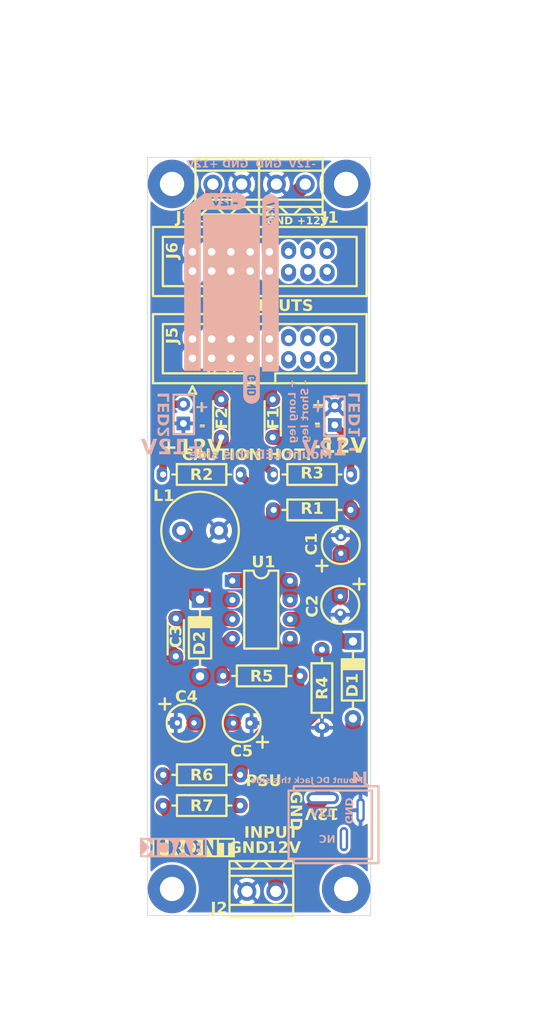
<source format=kicad_pcb>
(kicad_pcb (version 20240108) (generator "pcbnew") (generator_version "8.0")
  (layers (0 "F.Cu" signal) (31 "B.Cu" signal) (34 "B.Paste" user) (35 "F.Paste" user) (36 "B.SilkS" user "B.Silkscreen") (37 "F.SilkS" user "F.Silkscreen") (38 "B.Mask" user) (39 "F.Mask" user) (44 "Edge.Cuts" user))
  (net 0 "")
  (net 1 "VCC")
  (net 2 "GND")
  (net 3 "Net-(U1-TC)")
  (net 4 "Net-(D2-A)")
  (net 5 "Net-(D1-A)")
  (net 6 "Net-(R4-Pad2)")
  (net 7 "-12V")
  (net 8 "+12V")
  (net 22 "Net-(LED1-K)")
  (net 23 "Net-(LED2-A)")
  (net 24 "Net-(U1-DC)")
  (net 25 "Net-(U1-Vfb)")
  (net 26 "Net-(R6-Pad1)")
  (net 27 "Net-(D2-K)")
  (footprint "BYOM_General:L_Radial_D10.0mm_P5.00mm_Neosid_SD12_style3" (layer "F.Cu") (at 124.7 95.225)
    (property "Reference" "L1" (at -2.3 -4.525 0) (layer "F.SilkS") (effects (font (size 1.5 1.5) (thickness 0.3) (bold yes))))
    (property "Value" "220μH")
    (pad "1" thru_hole circle (at 0 0) (size 2.4 2.4) (drill 1.2) (layers "*.Cu" "*.Mask") (net 27 "Net-(D2-K)"))
    (pad "2" thru_hole circle (at 5 0) (size 2.4 2.4) (drill 1.2) (layers "*.Cu" "*.Mask") (net 2 "GND"))
  )
  (footprint "BYOM_General:R_TH_Axial_250mw_P10.16mm_Horizontal" (layer "F.Cu") (at 122.32 87.825)
    (property "Reference" "R2" (at 5.08 0.1 0) (layer "F.SilkS") (effects (font (size 1.5 1.5) (thickness 0.2) (bold yes))))
    (property "Value" "1.5kΩ")
    (pad "1" thru_hole oval (at 0 0 180) (size 1.4 2) (drill 0.8 (offset 0.15 0)) (layers "*.Cu" "*.Mask") (net 23 "Net-(LED2-A)"))
    (pad "2" thru_hole oval (at 10.16 0) (size 1.4 2) (drill 0.8 (offset 0.15 0)) (layers "*.Cu" "*.Mask") (net 8 "+12V"))
  )
  (footprint "BYOM_General:R_TH_Axial_250mw_P10.16mm_Horizontal" (layer "F.Cu") (at 122.34 127.45)
    (property "Reference" "R6" (at 5.08 0.1 0) (layer "F.SilkS") (effects (font (size 1.5 1.5) (thickness 0.2) (bold yes))))
    (property "Value" "1.5kΩ")
    (pad "1" thru_hole oval (at 0 0 180) (size 1.4 2) (drill 0.8 (offset 0.15 0)) (layers "*.Cu" "*.Mask") (net 26 "Net-(R6-Pad1)"))
    (pad "2" thru_hole oval (at 10.16 0) (size 1.4 2) (drill 0.8 (offset 0.15 0)) (layers "*.Cu" "*.Mask") (net 25 "Net-(U1-Vfb)"))
  )
  (footprint "BYOM_General:IDC-Header_2x08_P2.54mm_Vertical" (layer "F.Cu") (at 126.2 61 90)
    (property "Reference" "J6" (at 2.7 -2.6 90) (layer "F.SilkS") (effects (font (size 1.5 1.5) (thickness 0.2) (bold yes))))
    (property "Value" "EURORACK_16_PIN")
    (pad "1" thru_hole roundrect (at 0 0 90) (size 2.3 2) (drill 1 (offset -0.2 0)) (layers "*.Cu" "*.Mask") (roundrect_rratio 0.147059) (net 7 "-12V"))
    (pad "2" thru_hole oval (at 2.54 0 90) (size 2.3 2) (drill 1 (offset 0.2 0)) (layers "*.Cu" "*.Mask") (net 7 "-12V"))
    (pad "3" thru_hole oval (at 0 2.54 90) (size 2.3 2) (drill 1 (offset -0.2 0)) (layers "*.Cu" "*.Mask") (net 2 "GND"))
    (pad "4" thru_hole oval (at 2.54 2.54 90) (size 2.3 2) (drill 1 (offset 0.2 0)) (layers "*.Cu" "*.Mask") (net 2 "GND"))
    (pad "5" thru_hole oval (at 0 5.08 90) (size 2.3 2) (drill 1 (offset -0.2 0)) (layers "*.Cu" "*.Mask") (net 2 "GND"))
    (pad "6" thru_hole oval (at 2.54 5.08 90) (size 2.3 2) (drill 1 (offset 0.2 0)) (layers "*.Cu" "*.Mask") (net 2 "GND"))
    (pad "7" thru_hole oval (at 0 7.62 90) (size 2.3 2) (drill 1 (offset -0.2 0)) (layers "*.Cu" "*.Mask") (net 2 "GND"))
    (pad "8" thru_hole oval (at 2.54 7.62 90) (size 2.3 2) (drill 1 (offset 0.2 0)) (layers "*.Cu" "*.Mask") (net 2 "GND"))
    (pad "9" thru_hole oval (at 0 10.16 90) (size 2.3 2) (drill 1 (offset -0.2 0)) (layers "*.Cu" "*.Mask") (net 8 "+12V"))
    (pad "10" thru_hole oval (at 2.54 10.16 90) (size 2.3 2) (drill 1 (offset 0.2 0)) (layers "*.Cu" "*.Mask") (net 8 "+12V"))
    (pad "11" thru_hole oval (at 0 12.7 90) (size 2.3 2) (drill 1 (offset -0.2 0)) (layers "*.Cu" "*.Mask"))
    (pad "12" thru_hole oval (at 2.54 12.7 90) (size 2.3 2) (drill 1 (offset 0.2 0)) (layers "*.Cu" "*.Mask"))
    (pad "13" thru_hole oval (at 0 15.24 90) (size 2.3 2) (drill 1 (offset -0.2 0)) (layers "*.Cu" "*.Mask"))
    (pad "14" thru_hole oval (at 2.54 15.24 90) (size 2.3 2) (drill 1 (offset 0.2 0)) (layers "*.Cu" "*.Mask"))
    (pad "15" thru_hole oval (at 0 17.78 90) (size 2.3 2) (drill 1 (offset -0.2 0)) (layers "*.Cu" "*.Mask"))
    (pad "16" thru_hole oval (at 2.54 17.78 90) (size 2.3 2) (drill 1 (offset 0.2 0)) (layers "*.Cu" "*.Mask"))
  )
  (footprint "BYOM_General:C_TH_Elec_5mm_P2mm" (layer "F.Cu") (at 145.8 97.125 90)
    (property "Reference" "C1" (at 0.125 -3.8 90) (layer "F.SilkS") (effects (font (size 1.5 1.5) (thickness 0.2) (bold yes))))
    (property "Value" "100μF")
    (pad "1" thru_hole roundrect (at -1.1 0 270) (size 1.6 1.6) (drill 0.7 (offset 0.2 0)) (layers "*.Cu" "*.Mask") (net 1 "VCC"))
    (pad "2" thru_hole oval (at 1.1 0 270) (size 1.6 1.6) (drill 0.7 (offset -0.2 0)) (layers "*.Cu" "*.Mask") (net 2 "GND"))
  )
  (footprint "BYOM_General:C_TH_Disc_P5.00mm" (layer "F.Cu") (at 124 106.81 -90)
    (property "Reference" "C3" (at 2.4 -0.1 -90) (layer "F.SilkS") (effects (font (size 1.5 1.5) (thickness 0.2) (bold yes))))
    (property "Value" "220pF")
    (pad "1" thru_hole circle (at 0 0 270) (size 1.8 1.8) (drill 0.8) (layers "*.Cu" "*.Mask") (net 3 "Net-(U1-TC)"))
    (pad "2" thru_hole circle (at 5 0 270) (size 1.8 1.8) (drill 0.8) (layers "*.Cu" "*.Mask") (net 4 "Net-(D2-A)"))
  )
  (footprint "BYOM_General:C_TH_Disc_P5.00mm" (layer "F.Cu") (at 130 82.925 90)
    (property "Reference" "F2" (at 2.5 0.15 90) (layer "F.SilkS") (effects (font (size 1.5 1.5) (thickness 0.2) (bold yes))))
    (property "Value" "JK60-030")
    (pad "1" thru_hole circle (at 0 0 90) (size 1.8 1.8) (drill 0.8) (layers "*.Cu" "*.Mask") (net 4 "Net-(D2-A)"))
    (pad "2" thru_hole circle (at 5 0 90) (size 1.8 1.8) (drill 0.8) (layers "*.Cu" "*.Mask") (net 7 "-12V"))
  )
  (footprint "BYOM_General:R_TH_Axial_250mw_P10.16mm_Horizontal" (layer "F.Cu") (at 143.3 121.08 90)
    (property "Reference" "R4" (at 5.08 0.1 90) (layer "F.SilkS") (effects (font (size 1.5 1.5) (thickness 0.2) (bold yes))))
    (property "Value" "10kΩ")
    (pad "1" thru_hole oval (at 0 0 270) (size 1.4 2) (drill 0.8 (offset 0.15 0)) (layers "*.Cu" "*.Mask") (net 2 "GND"))
    (pad "2" thru_hole oval (at 10.16 0 90) (size 1.4 2) (drill 0.8 (offset 0.15 0)) (layers "*.Cu" "*.Mask") (net 6 "Net-(R4-Pad2)"))
  )
  (footprint "MountingHole:MountingHole_3.2mm_M3_Pad" (layer "F.Cu") (at 123.5 49.5)
    (property "Reference" "REF**" (hide yes))
    (property "Value" "MountingHole_3.2mm_M3_Pad" (hide yes))
    (pad "1" thru_hole circle (at 0 0) (size 6.4 6.4) (drill 3.2) (layers "*.Cu" "*.Mask"))
  )
  (footprint "BYOM_General:C_TH_Elec_5mm_P2mm" (layer "F.Cu") (at 145.725 105.025 -90)
    (property "Reference" "C2" (at 0.175 3.625 -90) (layer "F.SilkS") (effects (font (size 1.5 1.5) (thickness 0.2) (bold yes))))
    (property "Value" "100μF")
    (pad "1" thru_hole roundrect (at -1.1 0 90) (size 1.6 1.6) (drill 0.7 (offset 0.2 0)) (layers "*.Cu" "*.Mask") (net 1 "VCC"))
    (pad "2" thru_hole oval (at 1.1 0 90) (size 1.6 1.6) (drill 0.7 (offset -0.2 0)) (layers "*.Cu" "*.Mask") (net 2 "GND"))
  )
  (footprint "BYOM_General:5.08 01X02" (layer "F.Cu") (at 130.794996 49.825)
    (property "Reference" "J3" (at -5.694996 4.175 0) (layer "F.SilkS") (effects (font (size 1.5 1.5) (thickness 0.2) (bold yes))))
    (property "Value" "-12V")
    (pad "1" thru_hole circle (at -1.905004 -0.3) (size 2.5 2.5) (drill 1.500025) (layers "*.Cu" "*.Mask") (net 7 "-12V"))
    (pad "2" thru_hole circle (at 1.905004 -0.3) (size 2.5 2.5) (drill 1.500025) (layers "*.Cu" "*.Mask") (net 2 "GND"))
  )
  (footprint "BYOM_General:5.08 01X02" (layer "F.Cu") (at 135.3 142.525 180)
    (property "Reference" "J2" (at 5.6 -2.575 180) (layer "F.SilkS") (effects (font (size 1.5 1.5) (thickness 0.2) (bold yes))))
    (property "Value" "12V Input Screw terminal")
    (pad "1" thru_hole circle (at -1.905004 -0.3 180) (size 2.5 2.5) (drill 1.500025) (layers "*.Cu" "*.Mask") (net 5 "Net-(D1-A)"))
    (pad "2" thru_hole circle (at 1.905004 -0.3 180) (size 2.5 2.5) (drill 1.500025) (layers "*.Cu" "*.Mask") (net 2 "GND"))
  )
  (footprint "BYOM_General:R_TH_Axial_250mw_P10.16mm_Horizontal" (layer "F.Cu") (at 122.34 131.5)
    (property "Reference" "R7" (at 5.08 0.1 0) (layer "F.SilkS") (effects (font (size 1.5 1.5) (thickness 0.2) (bold yes))))
    (property "Value" "1.5kΩ")
    (pad "1" thru_hole oval (at 0 0 180) (size 1.4 2) (drill 0.8 (offset 0.15 0)) (layers "*.Cu" "*.Mask") (net 6 "Net-(R4-Pad2)"))
    (pad "2" thru_hole oval (at 10.16 0) (size 1.4 2) (drill 0.8 (offset 0.15 0)) (layers "*.Cu" "*.Mask") (net 26 "Net-(R6-Pad1)"))
  )
  (footprint "BYOM_General:5.08 01X02" (layer "F.Cu") (at 139.194996 49.825)
    (property "Reference" "J1" (at 5.205004 4.175 0) (layer "F.SilkS") (effects (font (size 1.5 1.5) (thickness 0.2) (bold yes))))
    (property "Value" "+12V")
    (pad "1" thru_hole circle (at -1.905004 -0.3) (size 2.5 2.5) (drill 1.500025) (layers "*.Cu" "*.Mask") (net 2 "GND"))
    (pad "2" thru_hole circle (at 1.905004 -0.3) (size 2.5 2.5) (drill 1.500025) (layers "*.Cu" "*.Mask") (net 8 "+12V"))
  )
  (footprint "BYOM_General:D_TH_DO-41_P10.16mm" (layer "F.Cu") (at 127.2 104.3 -90)
    (property "Reference" "D2" (at 5.775 0 -90) (layer "F.SilkS") (effects (font (size 1.5 1.5) (thickness 0.2) (bold yes))))
    (property "Value" "1N5817")
    (pad "1" thru_hole rect (at 0 0 270) (size 2.2 2.2) (drill 1.1) (layers "*.Cu" "*.Mask") (net 27 "Net-(D2-K)"))
    (pad "2" thru_hole oval (at 10.16 0 270) (size 2.2 2.2) (drill 1.1) (layers "*.Cu" "*.Mask") (net 4 "Net-(D2-A)"))
  )
  (footprint "BYOM_General:R_TH_Axial_250mw_P10.16mm_Horizontal" (layer "F.Cu") (at 147.08 92.5 180)
    (property "Reference" "R1" (at 5.08 0.1 180) (layer "F.SilkS") (effects (font (size 1.5 1.5) (thickness 0.2) (bold yes))))
    (property "Value" "1Ω")
    (pad "1" thru_hole oval (at 0 0) (size 1.4 2) (drill 0.8 (offset 0.15 0)) (layers "*.Cu" "*.Mask") (net 1 "VCC"))
    (pad "2" thru_hole oval (at 10.16 0 180) (size 1.4 2) (drill 0.8 (offset 0.15 0)) (layers "*.Cu" "*.Mask") (net 24 "Net-(U1-DC)"))
  )
  (footprint "BYOM_General:IDC-Header_2x08_P2.54mm_Vertical" (layer "F.Cu") (at 126.2 72.5 90)
    (property "Reference" "J5" (at 3 -2.6 90) (layer "F.SilkS") (effects (font (size 1.5 1.5) (thickness 0.2) (bold yes))))
    (property "Value" "EURORACK_16_PIN")
    (pad "1" thru_hole roundrect (at 0 0 90) (size 2.3 2) (drill 1 (offset -0.2 0)) (layers "*.Cu" "*.Mask") (roundrect_rratio 0.147059) (net 7 "-12V"))
    (pad "2" thru_hole oval (at 2.54 0 90) (size 2.3 2) (drill 1 (offset 0.2 0)) (layers "*.Cu" "*.Mask") (net 7 "-12V"))
    (pad "3" thru_hole oval (at 0 2.54 90) (size 2.3 2) (drill 1 (offset -0.2 0)) (layers "*.Cu" "*.Mask") (net 2 "GND"))
    (pad "4" thru_hole oval (at 2.54 2.54 90) (size 2.3 2) (drill 1 (offset 0.2 0)) (layers "*.Cu" "*.Mask") (net 2 "GND"))
    (pad "5" thru_hole oval (at 0 5.08 90) (size 2.3 2) (drill 1 (offset -0.2 0)) (layers "*.Cu" "*.Mask") (net 2 "GND"))
    (pad "6" thru_hole oval (at 2.54 5.08 90) (size 2.3 2) (drill 1 (offset 0.2 0)) (layers "*.Cu" "*.Mask") (net 2 "GND"))
    (pad "7" thru_hole oval (at 0 7.62 90) (size 2.3 2) (drill 1 (offset -0.2 0)) (layers "*.Cu" "*.Mask") (net 2 "GND"))
    (pad "8" thru_hole oval (at 2.54 7.62 90) (size 2.3 2) (drill 1 (offset 0.2 0)) (layers "*.Cu" "*.Mask") (net 2 "GND"))
    (pad "9" thru_hole oval (at 0 10.16 90) (size 2.3 2) (drill 1 (offset -0.2 0)) (layers "*.Cu" "*.Mask") (net 8 "+12V"))
    (pad "10" thru_hole oval (at 2.54 10.16 90) (size 2.3 2) (drill 1 (offset 0.2 0)) (layers "*.Cu" "*.Mask") (net 8 "+12V"))
    (pad "11" thru_hole oval (at 0 12.7 90) (size 2.3 2) (drill 1 (offset -0.2 0)) (layers "*.Cu" "*.Mask"))
    (pad "12" thru_hole oval (at 2.54 12.7 90) (size 2.3 2) (drill 1 (offset 0.2 0)) (layers "*.Cu" "*.Mask"))
    (pad "13" thru_hole oval (at 0 15.24 90) (size 2.3 2) (drill 1 (offset -0.2 0)) (layers "*.Cu" "*.Mask"))
    (pad "14" thru_hole oval (at 2.54 15.24 90) (size 2.3 2) (drill 1 (offset 0.2 0)) (layers "*.Cu" "*.Mask"))
    (pad "15" thru_hole oval (at 0 17.78 90) (size 2.3 2) (drill 1 (offset -0.2 0)) (layers "*.Cu" "*.Mask"))
    (pad "16" thru_hole oval (at 2.54 17.78 90) (size 2.3 2) (drill 1 (offset 0.2 0)) (layers "*.Cu" "*.Mask"))
  )
  (footprint "BYOM_General:DIP-8_W7.62mm_LongPads" (layer "F.Cu") (at 131.475 101.845)
    (property "Reference" "U1" (at 4.1 -2.4 0) (layer "F.SilkS") (effects (font (size 1.5 1.5) (thickness 0.2) (bold yes))))
    (property "Value" "MC34063AD")
    (pad "1" thru_hole rect (at 0 0) (size 2 1.6) (drill 0.8) (layers "*.Cu" "*.Mask") (net 24 "Net-(U1-DC)"))
    (pad "2" thru_hole oval (at 0 2.54) (size 2 1.6) (drill 0.8) (layers "*.Cu" "*.Mask") (net 27 "Net-(D2-K)"))
    (pad "3" thru_hole oval (at 0 5.08) (size 2 1.6) (drill 0.8) (layers "*.Cu" "*.Mask") (net 3 "Net-(U1-TC)"))
    (pad "4" thru_hole oval (at 0 7.62) (size 2 1.6) (drill 0.8) (layers "*.Cu" "*.Mask") (net 4 "Net-(D2-A)"))
    (pad "5" thru_hole oval (at 7.62 7.62) (size 2 1.6) (drill 0.8) (layers "*.Cu" "*.Mask") (net 25 "Net-(U1-Vfb)"))
    (pad "6" thru_hole oval (at 7.62 5.08) (size 2 1.6) (drill 0.8) (layers "*.Cu" "*.Mask") (net 1 "VCC"))
    (pad "7" thru_hole oval (at 7.62 2.54) (size 2 1.6) (drill 0.8) (layers "*.Cu" "*.Mask") (net 24 "Net-(U1-DC)"))
    (pad "8" thru_hole oval (at 7.62 0) (size 2 1.6) (drill 0.8) (layers "*.Cu" "*.Mask") (net 24 "Net-(U1-DC)"))
  )
  (footprint "MountingHole:MountingHole_3.2mm_M3_Pad" (layer "F.Cu") (at 146.5 49.5)
    (property "Reference" "REF**" (hide yes))
    (property "Value" "MountingHole_3.2mm_M3_Pad" (hide yes))
    (pad "1" thru_hole circle (at 0 0) (size 6.4 6.4) (drill 3.2) (layers "*.Cu" "*.Mask"))
  )
  (footprint "BYOM_General:C_TH_Elec_5mm_P2mm" (layer "F.Cu") (at 132.7 120.625 180)
    (property "Reference" "C5" (at 0 -3.775 180) (layer "F.SilkS") (effects (font (size 1.5 1.5) (thickness 0.2) (bold yes))))
    (property "Value" "100μF")
    (pad "1" thru_hole roundrect (at -1.1 0) (size 1.6 1.6) (drill 0.7 (offset 0.2 0)) (layers "*.Cu" "*.Mask") (net 2 "GND"))
    (pad "2" thru_hole oval (at 1.1 0) (size 1.6 1.6) (drill 0.7 (offset -0.2 0)) (layers "*.Cu" "*.Mask") (net 4 "Net-(D2-A)"))
  )
  (footprint "MountingHole:MountingHole_3.2mm_M3_Pad" (layer "F.Cu") (at 123.5 142.5)
    (property "Reference" "REF**" (hide yes))
    (property "Value" "MountingHole_3.2mm_M3_Pad" (hide yes))
    (pad "1" thru_hole circle (at 0 0) (size 6.4 6.4) (drill 3.2) (layers "*.Cu" "*.Mask"))
  )
  (footprint "BYOM_General:C_TH_Disc_P5.00mm" (layer "F.Cu") (at 136.8 82.925 90)
    (property "Reference" "F1" (at 2.5 0.15 90) (layer "F.SilkS") (effects (font (size 1.5 1.5) (thickness 0.2) (bold yes))))
    (property "Value" "JK60-030")
    (pad "1" thru_hole circle (at 0 0 90) (size 1.8 1.8) (drill 0.8) (layers "*.Cu" "*.Mask") (net 1 "VCC"))
    (pad "2" thru_hole circle (at 5 0 90) (size 1.8 1.8) (drill 0.8) (layers "*.Cu" "*.Mask") (net 8 "+12V"))
  )
  (footprint "BYOM_General:D_TH_DO-41_P10.16mm" (layer "F.Cu") (at 147.4 109.845 -90)
    (property "Reference" "D1" (at 5.775 0 -90) (layer "F.SilkS") (effects (font (size 1.5 1.5) (thickness 0.2) (bold yes))))
    (property "Value" "1N5817")
    (pad "1" thru_hole rect (at 0 0 270) (size 2.2 2.2) (drill 1.1) (layers "*.Cu" "*.Mask") (net 1 "VCC"))
    (pad "2" thru_hole oval (at 10.16 0 270) (size 2.2 2.2) (drill 1.1) (layers "*.Cu" "*.Mask") (net 5 "Net-(D1-A)"))
  )
  (footprint "BYOM_General:R_TH_Axial_250mw_P10.16mm_Horizontal" (layer "F.Cu") (at 147.08 87.825 180)
    (property "Reference" "R3" (at 5.08 0.1 180) (layer "F.SilkS") (effects (font (size 1.5 1.5) (thickness 0.2) (bold yes))))
    (property "Value" "1.5kΩ")
    (pad "1" thru_hole oval (at 0 0) (size 1.4 2) (drill 0.8 (offset 0.15 0)) (layers "*.Cu" "*.Mask") (net 22 "Net-(LED1-K)"))
    (pad "2" thru_hole oval (at 10.16 0 180) (size 1.4 2) (drill 0.8 (offset 0.15 0)) (layers "*.Cu" "*.Mask") (net 7 "-12V"))
  )
  (footprint "MountingHole:MountingHole_3.2mm_M3_Pad" (layer "F.Cu") (at 146.5 142.5)
    (property "Reference" "REF**" (hide yes))
    (property "Value" "MountingHole_3.2mm_M3_Pad" (hide yes))
    (pad "1" thru_hole circle (at 0 0) (size 6.4 6.4) (drill 3.2) (layers "*.Cu" "*.Mask"))
  )
  (footprint "BYOM_General:R_TH_Axial_250mw_P10.16mm_Horizontal" (layer "F.Cu") (at 130.25 114.4)
    (property "Reference" "R5" (at 5.08 0.1 0) (layer "F.SilkS") (effects (font (size 1.5 1.5) (thickness 0.2) (bold yes))))
    (property "Value" "1.5kΩ")
    (pad "1" thru_hole oval (at 0 0 180) (size 1.4 2) (drill 0.8 (offset 0.15 0)) (layers "*.Cu" "*.Mask") (net 4 "Net-(D2-A)"))
    (pad "2" thru_hole oval (at 10.16 0) (size 1.4 2) (drill 0.8 (offset 0.15 0)) (layers "*.Cu" "*.Mask") (net 25 "Net-(U1-Vfb)"))
  )
  (footprint "BYOM_General:C_TH_Elec_5mm_P2mm" (layer "F.Cu") (at 125.3 120.6)
    (property "Reference" "C4" (at 0.1 -3.4 0) (layer "F.SilkS") (effects (font (size 1.5 1.5) (thickness 0.2) (bold yes))))
    (property "Value" "100μF")
    (pad "1" thru_hole roundrect (at -1.1 0 180) (size 1.6 1.6) (drill 0.7 (offset 0.2 0)) (layers "*.Cu" "*.Mask") (net 2 "GND"))
    (pad "2" thru_hole oval (at 1.1 0 180) (size 1.6 1.6) (drill 0.7 (offset -0.2 0)) (layers "*.Cu" "*.Mask") (net 4 "Net-(D2-A)"))
  )
  (footprint "kibuzzard-63C13629" (layer "B.Cu") (at 136.5 53.1 90)
    (property "Reference" "kibuzzard-63C13629" (hide yes))
    (property "Value" "G***" (hide yes))
  )
  (footprint "BYOM_General:LED_D3.0mm" (layer "B.Cu") (at 145 80.025 90)
    (property "Reference" "LED1" (at 0.075 2.7 90) (layer "B.SilkS") (effects (font (size 1.5 1.5) (thickness 0.2) (bold yes)) (justify mirror)))
    (property "Value" "LED")
    (pad "1" thru_hole rect (at -1.27 0 90) (size 1.8 1.8) (drill 0.9) (layers "*.Cu" "*.Mask") (net 22 "Net-(LED1-K)"))
    (pad "2" thru_hole circle (at 1.27 0 90) (size 1.8 1.8) (drill 0.9) (layers "*.Cu" "*.Mask") (net 2 "GND"))
  )
  (footprint "kibuzzard-6399AAFB" (layer "B.Cu") (at 130.9 51.8 180)
    (property "Reference" "kibuzzard-6399AAFB" (hide yes))
    (property "Value" "G***" (hide yes))
  )
  (footprint "BYOM_General:LED_D3.0mm" (layer "B.Cu") (at 125 79.825 90)
    (property "Reference" "LED2" (at -0.125 -2.5 90) (layer "B.SilkS") (effects (font (size 1.5 1.5) (thickness 0.2) (bold yes)) (justify mirror)))
    (property "Value" "LED")
    (pad "1" thru_hole rect (at -1.27 0 90) (size 1.8 1.8) (drill 0.9) (layers "*.Cu" "*.Mask") (net 2 "GND"))
    (pad "2" thru_hole circle (at 1.27 0 90) (size 1.8 1.8) (drill 0.9) (layers "*.Cu" "*.Mask") (net 23 "Net-(LED2-A)"))
  )
  (footprint "BYOM_General:DC-IN-TH_DC-012A-20A" (layer "B.Cu") (at 144.833833 134.024924 180)
    (property "Reference" "J4" (at -3.4 6.1 180) (layer "B.SilkS") (effects (font (size 1.5 1.5) (thickness 0.3) (bold yes)) (justify mirror)))
    (property "Value" "12V input")
    (pad "1" thru_hole oval (at 1.432563 3.500127 90) (size 1.6 4.3) (drill oval 0.8 3.5) (layers "*.Cu" "*.Mask") (net 5 "Net-(D1-A)"))
    (pad "2" thru_hole oval (at -3.566167 1.899924) (size 1.1 3.2) (drill oval 0.500025 2.5) (layers "*.Cu" "*.Mask") (net 2 "GND"))
    (pad "3" thru_hole oval (at -1.366523 -1.899924) (size 1.1 3.2) (drill oval 0.500025 2.5) (layers "*.Cu" "*.Mask"))
  )
  (footprint "kibuzzard-63C1369E" (layer "B.Cu") (at 134 76.35 -90)
    (property "Reference" "kibuzzard-63C1369E" (hide yes))
    (property "Value" "G***" (hide yes))
  )
  (gr_rect (start 125.1 53.5) (end 127.3 74.15) (fill solid) (layer "B.SilkS"))
  (gr_rect (start 143.6 77.55) (end 146.3 82.75) (stroke (width 0.3)) (fill none) (layer "B.SilkS"))
  (gr_rect (start 127.6 53.5) (end 135.1 74.2) (fill solid) (layer "B.SilkS"))
  (gr_rect (start 123.7 77.3) (end 126.4 82.5) (stroke (width 0.3)) (fill none) (layer "B.SilkS"))
  (gr_poly (pts (xy 128.6 52.9) (xy 127.3 52.9) (xy 127.3 53.8) (xy 125.1 53.8) (xy 125.1 52.8) (xy 127.8 50.7) (xy 128.6 50.7)) (fill solid) (layer "B.SilkS"))
  (gr_rect (start 135.4 55.3) (end 137.6 74.25) (fill solid) (layer "B.SilkS"))
  (gr_line (start 149.75 46) (end 120.25 46) (stroke (width 0.1)) (layer "Edge.Cuts"))
  (gr_line (start 120.25 146) (end 149.75 146) (stroke (width 0.1)) (layer "Edge.Cuts"))
  (gr_line (start 120.25 46) (end 120.25 146) (stroke (width 0.1)) (layer "Edge.Cuts"))
  (gr_line (start 149.75 46) (end 149.75 146) (stroke (width 0.1)) (layer "Edge.Cuts"))
  (gr_text "GND" (at 133.6 47.5 -0) (layer "B.SilkS") (effects (font (size 1 1) (thickness 0.2) (bold yes)) (justify left bottom mirror)))
  (gr_text "BACK" (at 128.1 138.4 0) (layer "B.SilkS" knockout) (effects (font (size 2 2) (thickness 0.2) (bold yes)) (justify left bottom mirror)))
  (gr_text "12V" (at 143.3 132.55 0) (layer "B.SilkS") (effects (font (size 1 1) (thickness 0.2) (bold yes)) (justify mirror)))
  (gr_text "-" (at 127.5 81.5 180) (layer "B.SilkS") (effects (font (size 1.5 1.5) (thickness 0.25) (bold yes))))
  (gr_text "+12V" (at 127.8 85.5 0) (layer "B.SilkS") (effects (font (size 2 2) (thickness 0.2) (bold yes)) (justify left bottom mirror)))
  (gr_text "NC" (at 144 136 0) (layer "B.SilkS") (effects (font (size 1 1) (thickness 0.2) (bold yes)) (justify mirror)))
  (gr_text "Mount DC Jack this side" (at 141.3 128.2 0) (layer "B.SilkS") (effects (font (size 0.8 0.8) (thickness 0.2) (bold yes)) (justify mirror)))
  (gr_text "+ Long leg\n- Short leg" (at 140.25 79.5 90) (layer "B.SilkS") (effects (font (size 1 1) (thickness 0.25) (bold yes)) (justify mirror)))
  (gr_text "+12V" (at 129.6 47.5 -0) (layer "B.SilkS") (effects (font (size 1 1) (thickness 0.2) (bold yes)) (justify left bottom mirror)))
  (gr_text "-12V" (at 147.9 85.65 0) (layer "B.SilkS") (effects (font (size 2 2) (thickness 0.2) (bold yes)) (justify left bottom mirror)))
  (gr_text "GND" (at 138 47.5 -0) (layer "B.SilkS") (effects (font (size 1 1) (thickness 0.2) (bold yes)) (justify left bottom mirror)))
  (gr_text "Mount LED this side" (at 135.2 85.25 0) (layer "B.SilkS") (effects (font (size 1.2 1.2) (thickness 0.24) (bold yes)) (justify mirror)))
  (gr_text "GND" (at 146.8 132.2 -90) (layer "B.SilkS") (effects (font (size 1 1) (thickness 0.2) (bold yes)) (justify mirror)))
  (gr_text "+" (at 127.5 78.900002 180) (layer "B.SilkS") (effects (font (size 1.5 1.5) (thickness 0.25) (bold yes)) (justify mirror)))
  (gr_text "-12V" (at 142.5 47.5 -0) (layer "B.SilkS") (effects (font (size 1 1) (thickness 0.2) (bold yes)) (justify left bottom mirror)))
  (gr_text "-" (at 142.75 81.5 180) (layer "B.SilkS") (effects (font (size 1.5 1.5) (thickness 0.25) (bold yes))))
  (gr_text "+" (at 142.75 78.900002 180) (layer "B.SilkS") (effects (font (size 1.5 1.5) (thickness 0.25) (bold yes)) (justify mirror)))
  (gr_text "GND" (at 131.6 55 0) (layer "F.SilkS") (effects (font (size 1 1) (thickness 0.2) (bold yes)) (justify left bottom)))
  (gr_text "OUTPUTS" (at 131.07 66.5 0) (layer "F.SilkS") (effects (font (size 1.5 1.5) (thickness 0.2) (bold yes)) (justify left bottom)))
  (gr_text "-12V" (at 127.1 55 0) (layer "F.SilkS") (effects (font (size 1 1) (thickness 0.2) (bold yes)) (justify left bottom)))
  (gr_text "GND" (at 131 138 0) (layer "F.SilkS") (effects (font (size 1.5 1.5) (thickness 0.32) (bold yes)) (justify left bottom)))
  (gr_text "GND" (at 136 55 0) (layer "F.SilkS") (effects (font (size 1 1) (thickness 0.2) (bold yes)) (justify left bottom)))
  (gr_text "-" (at 127.5 81.4 180) (layer "F.SilkS") (effects (font (size 1.5 1.5) (thickness 0.15) (bold yes))))
  (gr_text "+12V" (at 121.9 85.5 0) (layer "F.SilkS") (effects (font (size 2 2) (thickness 0.2) (bold yes)) (justify left bottom)))
  (gr_text "GND" (at 139.8 132.2 -90) (layer "F.SilkS") (effects (font (size 1.5 1.5) (thickness 0.2) (bold yes))))
  (gr_text "+" (at 127.4 78.9 180) (layer "F.SilkS") (effects (font (size 1.5 1.5) (thickness 0.15) (bold yes))))
  (gr_text "12V" (at 136 138 0) (layer "F.SilkS") (effects (font (size 1.5 1.5) (thickness 0.32) (bold yes)) (justify left bottom)))
  (gr_text "CAUTION HOT!" (at 133.4 85.3 0) (layer "F.SilkS") (effects (font (size 1.5 1.5) (thickness 0.15) (bold yes))))
  (gr_text "-" (at 142.7 81.1 0) (layer "F.SilkS") (effects (font (size 1.5 1.5) (thickness 0.15) (bold yes))))
  (gr_text "12V" (at 143.3 132.5 180) (layer "F.SilkS") (effects (font (size 1.5 1.5) (thickness 0.2) (bold yes))))
  (gr_text "FRONT" (at 120.9 138.4 0) (layer "F.SilkS" knockout) (effects (font (size 2 2) (thickness 0.2) (bold yes)) (justify left bottom)))
  (gr_text "+" (at 142.8 78.7 0) (layer "F.SilkS") (effects (font (size 1.5 1.5) (thickness 0.15) (bold yes))))
  (gr_text "+12V" (at 140 55 0) (layer "F.SilkS") (effects (font (size 1 1) (thickness 0.2) (bold yes)) (justify left bottom)))
  (gr_text "INPUT" (at 133 136 0) (layer "F.SilkS") (effects (font (size 1.5 1.5) (thickness 0.2) (bold yes)) (justify left bottom)))
  (gr_text "-12V" (at 142 85.3 0) (layer "F.SilkS") (effects (font (size 2 2) (thickness 0.2) (bold yes)) (justify left bottom)))
  (gr_text "PSU" (at 135.6 128.3 0) (layer "F.SilkS") (effects (font (size 1.5 1.5) (thickness 0.2) (bold yes))))
  (segment (start 146.628428 98.125) (end 147.98 96.773428) (width 2) (layer "F.Cu") (net 1))
  (segment (start 145.8 98.125) (end 146.628428 98.125) (width 2) (layer "F.Cu") (net 1))
  (segment (start 147.08 92.28) (end 137.725 82.925) (width 2) (layer "F.Cu") (net 1))
  (segment (start 147.08 92.5) (end 147.08 92.28) (width 2) (layer "F.Cu") (net 1))
  (segment (start 145.725 104.025) (end 145.725 98.2) (width 2) (layer "F.Cu") (net 1))
  (segment (start 147.98 93.4) (end 147.08 92.5) (width 2) (layer "F.Cu") (net 1))
  (segment (start 144.075 103.925) (end 145.725 103.925) (width 2) (layer "F.Cu") (net 1))
  (segment (start 145.725 98.2) (end 145.8 98.125) (width 2) (layer "F.Cu") (net 1))
  (segment (start 142.9 106.925) (end 139.095 106.925) (width 2) (layer "F.Cu") (net 1))
  (segment (start 137.725 82.925) (end 136.8 82.925) (width 2) (layer "F.Cu") (net 1))
  (segment (start 142.9 106.925) (end 142.9 105.1) (width 2) (layer "F.Cu") (net 1))
  (segment (start 145.82 109.845) (end 142.9 106.925) (width 2) (layer "F.Cu") (net 1))
  (segment (start 147.98 96.773428) (end 147.98 93.4) (width 2) (layer "F.Cu") (net 1))
  (segment (start 147.4 109.845) (end 145.82 109.845) (width 2) (layer "F.Cu") (net 1))
  (segment (start 142.9 105.1) (end 144.075 103.925) (width 2) (layer "F.Cu") (net 1))
  (segment (start 131.28 72.5) (end 131.28 58.46) (width 2) (layer "F.Cu") (net 2))
  (segment (start 128.74 72.5) (end 128.74 58.46) (width 2) (layer "F.Cu") (net 2))
  (segment (start 133.82 72.5) (end 133.82 58.46) (width 2) (layer "F.Cu") (net 2))
  (segment (start 124 106.81) (end 124.015 106.825) (width 2) (layer "F.Cu") (net 3))
  (segment (start 124.015 106.825) (end 131.375 106.825) (width 2) (layer "F.Cu") (net 3))
  (segment (start 131.375 106.825) (end 131.475 106.925) (width 2) (layer "F.Cu") (net 3))
  (segment (start 125.035 114.46) (end 124 113.425) (width 2) (layer "F.Cu") (net 4))
  (segment (start 124 113.425) (end 124 111.81) (width 2) (layer "F.Cu") (net 4))
  (segment (start 127.2 114.46) (end 125.035 114.46) (width 2) (layer "F.Cu") (net 4))
  (segment (start 123.81 111.81) (end 124 111.81) (width 2) (layer "F.Cu") (net 4))
  (segment (start 129.82 111.12) (end 129.82 113.97) (width 2) (layer "F.Cu") (net 4))
  (segment (start 125.275 89.925) (end 121.74 93.46) (width 2) (layer "F.Cu") (net 4))
  (segment (start 126.425 120.625) (end 126.4 120.6) (width 2) (layer "F.Cu") (net 4))
  (segment (start 121.74 93.46) (end 121.74 109.74) (width 2) (layer "F.Cu") (net 4))
  (segment (start 121.74 109.74) (end 123.81 111.81) (width 2) (layer "F.Cu") (net 4))
  (segment (start 131.6 120.625) (end 126.425 120.625) (width 2) (layer "F.Cu") (net 4))
  (segment (start 127.2 119.8) (end 126.4 120.6) (width 2) (layer "F.Cu") (net 4))
  (segment (start 130 82.925) (end 130 89.925) (width 2) (layer "F.Cu") (net 4))
  (segment (start 130 89.925) (end 125.275 89.925) (width 2) (layer "F.Cu") (net 4))
  (segment (start 127.26 114.4) (end 127.2 114.46) (width 2) (layer "F.Cu") (net 4))
  (segment (start 127.2 114.46) (end 127.2 119.8) (width 2) (layer "F.Cu") (net 4))
  (segment (start 129.82 113.97) (end 130.25 114.4) (width 2) (layer "F.Cu") (net 4))
  (segment (start 130.25 114.4) (end 127.26 114.4) (width 2) (layer "F.Cu") (net 4))
  (segment (start 129.82 111.12) (end 131.475 109.465) (width 2) (layer "F.Cu") (net 4))
  (segment (start 137.205004 136.721063) (end 143.40127 130.524797) (width 2) (layer "F.Cu") (net 5))
  (segment (start 137.205004 142.825) (end 137.205004 136.721063) (width 2) (layer "F.Cu") (net 5))
  (segment (start 143.40127 130.524797) (end 143.40127 126.92373) (width 2) (layer "F.Cu") (net 5))
  (segment (start 143.40127 126.92373) (end 147.4 122.925) (width 2) (layer "F.Cu") (net 5))
  (segment (start 147.4 122.925) (end 147.4 120.005) (width 2) (layer "F.Cu") (net 5))
  (segment (start 143.3 118.110151) (end 143.3 110.92) (width 2) (layer "F.Cu") (net 6))
  (segment (start 135.5 132.55) (end 135.5 125.910151) (width 2) (layer "F.Cu") (net 6))
  (segment (start 122.34 131.5) (end 125.24 134.4) (width 2) (layer "F.Cu") (net 6))
  (segment (start 135.5 125.910151) (end 143.3 118.110151) (width 2) (layer "F.Cu") (net 6))
  (segment (start 125.24 134.4) (end 133.65 134.4) (width 2) (layer "F.Cu") (net 6))
  (segment (start 133.65 134.4) (end 135.5 132.55) (width 2) (layer "F.Cu") (net 6))
  (segment (start 133.9 81.825) (end 130 77.925) (width 1) (layer "F.Cu") (net 7))
  (segment (start 133.9 84.805) (end 133.9 81.825) (width 1) (layer "F.Cu") (net 7))
  (segment (start 136.92 87.825) (end 133.9 84.805) (width 1) (layer "F.Cu") (net 7))
  (segment (start 126.2 69.96) (end 126.2 72.5) (width 2) (layer "F.Cu") (net 7))
  (segment (start 126.2 74.125) (end 126.2 72.5) (width 2) (layer "F.Cu") (net 7))
  (segment (start 130 77.925) (end 126.2 74.125) (width 2) (layer "F.Cu") (net 7))
  (segment (start 126.235 69.5) (end 126.235 56.96) (width 2) (layer "F.Cu") (net 7))
  (segment (start 126.2 58.46) (end 126.2 55.225) (width 2) (layer "F.Cu") (net 7))
  (segment (start 126.2 55.225) (end 128.889992 52.535008) (width 2) (layer "F.Cu") (net 7))
  (segment (start 128.889992 52.535008) (end 128.889992 49.525) (width 2) (layer "F.Cu") (net 7))
  (segment (start 135.1 79.625) (end 136.8 77.925) (width 1) (layer "F.Cu") (net 8))
  (segment (start 136.36 77.485) (end 136.36 72.5) (width 2) (layer "F.Cu") (net 8))
  (segment (start 138.25 88.85) (end 138.25 86.892258) (width 1) (layer "F.Cu") (net 8))
  (segment (start 136.36 54.265) (end 136.36 58.46) (width 2) (layer "F.Cu") (net 8))
  (segment (start 136.8 77.925) (end 136.36 77.485) (width 2) (layer "F.Cu") (net 8))
  (segment (start 136.395 56.96) (end 136.395 69.5) (width 2) (layer "F.Cu") (net 8))
  (segment (start 138.25 86.892258) (end 135.1 83.742258) (width 1) (layer "F.Cu") (net 8))
  (segment (start 141.1 49.525) (end 136.36 54.265) (width 2) (layer "F.Cu") (net 8))
  (segment (start 136.36 69.96) (end 136.36 72.5) (width 2) (layer "F.Cu") (net 8))
  (segment (start 137.2 89.9) (end 138.25 88.85) (width 1) (layer "F.Cu") (net 8))
  (segment (start 132.48 87.825) (end 134.555 89.9) (width 1) (layer "F.Cu") (net 8))
  (segment (start 134.555 89.9) (end 137.2 89.9) (width 1) (layer "F.Cu") (net 8))
  (segment (start 135.1 83.742258) (end 135.1 79.625) (width 1) (layer "F.Cu") (net 8))
  (segment (start 147.08 83.375) (end 145 81.295) (width 1) (layer "F.Cu") (net 22))
  (segment (start 147.08 87.825) (end 147.08 83.375) (width 1) (layer "F.Cu") (net 22))
  (segment (start 125 78.555) (end 123.727208 78.555) (width 1) (layer "F.Cu") (net 23))
  (segment (start 122.32 79.962208) (end 122.32 87.825) (width 1) (layer "F.Cu") (net 23))
  (segment (start 123.727208 78.555) (end 122.32 79.962208) (width 1) (layer "F.Cu") (net 23))
  (segment (start 136.92 101.725) (end 136.8 101.845) (width 2) (layer "F.Cu") (net 24))
  (segment (start 139.095 101.845) (end 136.8 101.845) (width 2) (layer "F.Cu") (net 24))
  (segment (start 136.92 92.5) (end 136.92 101.725) (width 2) (layer "F.Cu") (net 24))
  (segment (start 136.8 101.845) (end 131.475 101.845) (width 2) (layer "F.Cu") (net 24))
  (segment (start 139.095 101.845) (end 139.095 104.385) (width 2) (layer "F.Cu") (net 24))
  (segment (start 139.98 117.707742) (end 139.98 114.83) (width 2) (layer "F.Cu") (net 25))
  (segment (start 139.98 114.83) (end 140.41 114.4) (width 2) (layer "F.Cu") (net 25))
  (segment (start 139.095 113.54) (end 140 114.445) (width 2) (layer "F.Cu") (net 25))
  (segment (start 132.5 127.45) (end 132.5 125.187742) (width 2) (layer "F.Cu") (net 25))
  (segment (start 139.095 109.465) (end 139.095 113.54) (width 2) (layer "F.Cu") (net 25))
  (segment (start 132.5 125.187742) (end 139.98 117.707742) (width 2) (layer "F.Cu") (net 25))
  (segment (start 132.5 131.5) (end 126.39 131.5) (width 2) (layer "F.Cu") (net 26))
  (segment (start 126.39 131.5) (end 122.34 127.45) (width 2) (layer "F.Cu") (net 26))
  (segment (start 127.265 104.365) (end 131.455 104.365) (width 2) (layer "F.Cu") (net 27))
  (segment (start 131.455 104.365) (end 131.475 104.385) (width 2) (layer "F.Cu") (net 27))
  (segment (start 127.2 104.3) (end 126.7 103.8) (width 2) (layer "F.Cu") (net 27))
  (segment (start 126.7 97.225) (end 124.7 95.225) (width 2) (layer "F.Cu") (net 27))
  (segment (start 126.7 103.8) (end 126.7 97.225) (width 2) (layer "F.Cu") (net 27))
  (zone (net 2) (net_name "GND") (layer "B.Cu") (connect_pads (clearance 0.33)) (min_thickness 0.254) (fill yes (thermal_gap 0.508) (thermal_bridge_width 0.508))
    (polygon (pts (xy 151 147) (xy 119 147) (xy 119 45) (xy 151 45)))
  )
)
</source>
